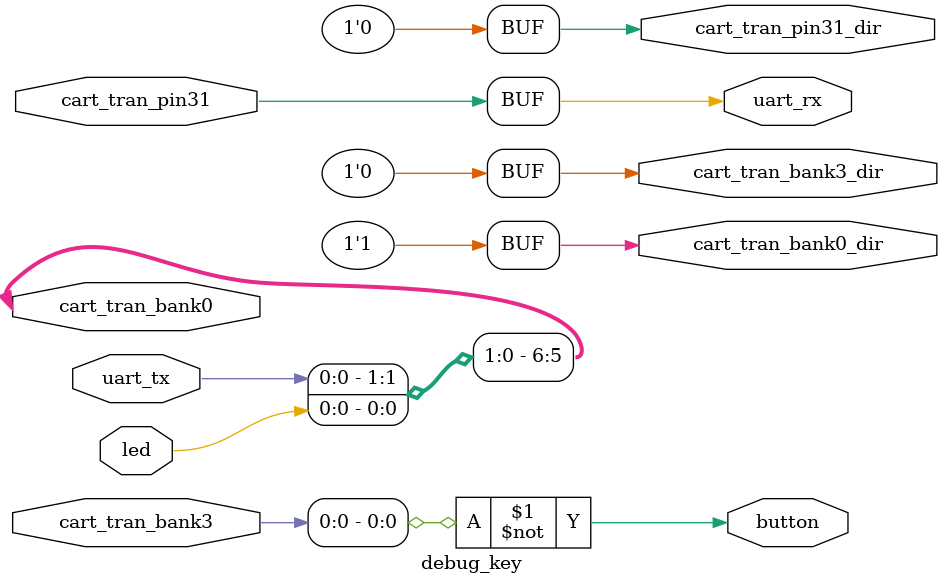
<source format=v>


// Permission is hereby granted, free of charge, to any person obtaining a copy
// of this software and associated documentation files (the "Software"), to deal
// in the Software without restriction, including without limitation the rights
// to use, copy, modify, merge, publish, distribute, sublicense, and/or sell
// copies of the Software, and to permit persons to whom the Software is
// furnished to do so, subject to the following conditions:

// The above copyright notice and this permission notice shall be included in all
// copies or substantial portions of the Software.

// THE SOFTWARE IS PROVIDED "AS IS", WITHOUT WARRANTY OF ANY KIND, EXPRESS OR
// IMPLIED, INCLUDING BUT NOT LIMITED TO THE WARRANTIES OF MERCHANTABILITY,
// FITNESS FOR A PARTICULAR PURPOSE AND NONINFRINGEMENT. IN NO EVENT SHALL THE
// AUTHORS OR COPYRIGHT HOLDERS BE LIABLE FOR ANY CLAIM, DAMAGES OR OTHER
// LIABILITY, WHETHER IN AN ACTION OF CONTRACT, TORT OR OTHERWISE, ARISING FROM,
// OUT OF OR IN CONNECTION WITH THE SOFTWARE OR THE USE OR OTHER DEALINGS IN THE
// SOFTWARE.
//
////////////////////////////////////////////////////////////////////////////////

// Module for Developer Debug Key provided by Analogue.
//
// The LED uses the equivalent of the GBA /RD pin as an output
// The button uses the equivalent of the AD0 pin as an input.
// Both are not really implementation details you need to worry about.
//
// Note: you will need to enable the cart power in your core.json for this to work.
//
module debug_key(
    output  wire       cart_tran_bank0_dir,
    inout   wire [7:4] cart_tran_bank0,
    output  wire       cart_tran_bank3_dir,
    inout   wire [7:0] cart_tran_bank3,
    output  wire       cart_tran_pin31_dir,
    inout   wire       cart_tran_pin31,
    input   wire       led,
    output  wire       button,
    input   wire       uart_tx,
    output  wire       uart_rx
);

// Enable bus output.
// Note: UART uses this bank.
assign cart_tran_bank0_dir = 1'b1;

// Enable bus input.
assign cart_tran_bank3_dir = 1'b0;
assign cart_tran_pin31_dir = 1'b0;

// Pin 4 is LED.
assign cart_tran_bank0[5]  = led;

// Pin 6 is button, we invert since button is always high.
assign button              = ~cart_tran_bank3[0];

// Pin 3 is UART output
assign cart_tran_bank0[6]  = uart_tx;

// Pin 31 is UART input
assign cart_tran_pin31     = uart_rx;

endmodule
</source>
